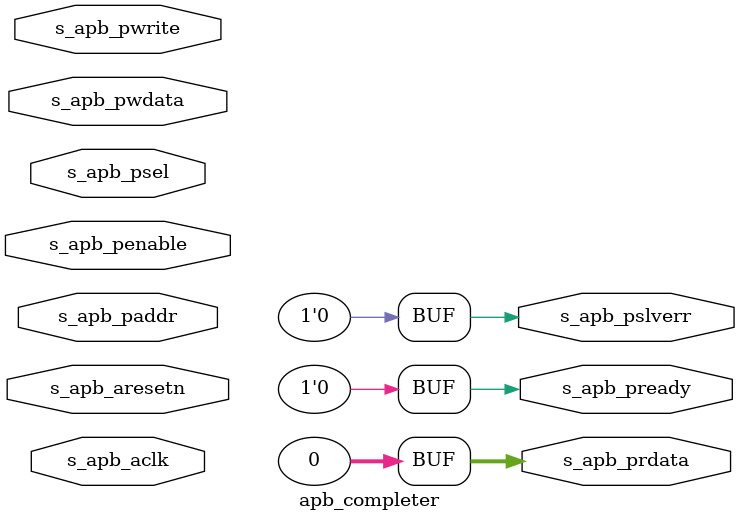
<source format=v>
`timescale 1ns / 1ps

module apb_completer #(
    parameter ADDR_WIDTH = 32,
    parameter DATA_WIDTH = 32,
    parameter REG_COUNT = 4
) (
    input s_apb_aclk,
    input s_apb_aresetn,
    input [ADDR_WIDTH-1:0]s_apb_paddr,
    input s_apb_penable,
    input s_apb_psel,
    input s_apb_pwrite,
    input [DATA_WIDTH-1:0] s_apb_pwdata,
    output [DATA_WIDTH-1:0] s_apb_prdata,
    output s_apb_pready,
    output s_apb_pslverr
);
    assign s_apb_prdata = {DATA_WIDTH{1'b0}};
    assign s_apb_pready = 1'b0;
    assign s_apb_pslverr = 1'b0;
endmodule

</source>
